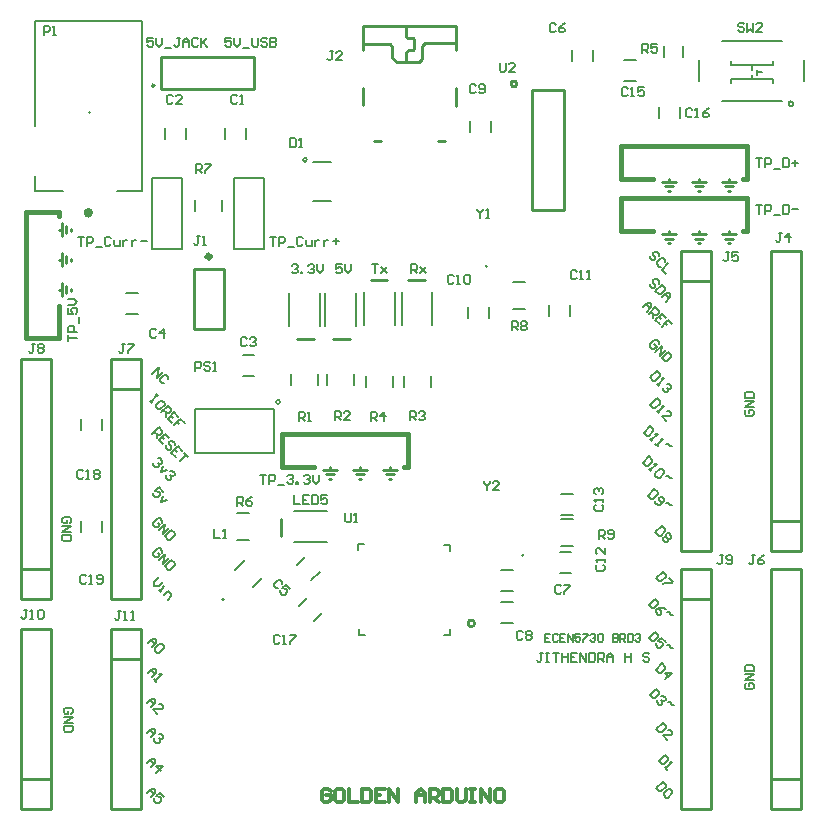
<source format=gto>
G04*
G04 #@! TF.GenerationSoftware,Altium Limited,Altium Designer,24.2.2 (26)*
G04*
G04 Layer_Color=65535*
%FSLAX44Y44*%
%MOMM*%
G71*
G04*
G04 #@! TF.SameCoordinates,EF5741E1-F204-4FC3-9B2C-2ADE7EA652BA*
G04*
G04*
G04 #@! TF.FilePolarity,Positive*
G04*
G01*
G75*
%ADD10C,0.1524*%
%ADD11C,0.2540*%
%ADD12C,0.4000*%
%ADD13C,0.1000*%
%ADD14C,0.5080*%
%ADD15C,0.1999*%
%ADD16C,0.3810*%
%ADD17C,0.2000*%
%ADD18C,0.1270*%
%ADD19C,0.2032*%
%ADD20C,0.2286*%
%ADD21C,0.1778*%
%ADD22C,0.3048*%
D10*
X179220Y189937D02*
G03*
X179220Y189937I-762J0D01*
G01*
X661432Y609600D02*
G03*
X661432Y609600I-2048J0D01*
G01*
X226586Y357140D02*
G03*
X226586Y357140I-1796J0D01*
G01*
X249345Y562145D02*
G03*
X249345Y562145I-1796J0D01*
G01*
X195068Y378879D02*
X204720D01*
X195068Y396659D02*
X204720D01*
X414274Y170180D02*
X423926D01*
X414274Y187960D02*
X423926D01*
X414274Y214630D02*
X423926D01*
X414274Y196850D02*
X423926D01*
X189050Y215077D02*
X196962Y222989D01*
X203598Y200529D02*
X211510Y208441D01*
X292480Y231902D02*
Y236982D01*
X297560D01*
X370950Y230889D02*
Y235969D01*
X365870D02*
X370950D01*
X365437Y159627D02*
X370517D01*
Y164707D01*
X293750Y159512D02*
Y164592D01*
Y159512D02*
X298830D01*
X243031Y184484D02*
X249856Y191309D01*
X255604Y171911D02*
X262429Y178736D01*
X465074Y234980D02*
X474726D01*
X465074Y257780D02*
X474726D01*
X424434Y458440D02*
X434086D01*
X424434Y435640D02*
X434086D01*
X463804Y229870D02*
X473456D01*
X463804Y212090D02*
X473456D01*
X58420Y332994D02*
Y342646D01*
X76200Y332994D02*
Y342646D01*
Y246634D02*
Y256286D01*
X58420Y246634D02*
Y256286D01*
X234650Y421132D02*
Y449072D01*
X260650Y421386D02*
Y449326D01*
X547370Y597154D02*
Y606806D01*
X565150Y597154D02*
Y606806D01*
X454660Y429514D02*
Y439166D01*
X472440Y429514D02*
Y439166D01*
X386080Y428244D02*
Y437896D01*
X403860Y428244D02*
Y437896D01*
X465074Y261620D02*
X474726D01*
X465074Y279400D02*
X474726D01*
X240876Y218665D02*
X247701Y225490D01*
X253449Y206093D02*
X260274Y212918D01*
X238252Y264460D02*
X266192D01*
X238506Y238460D02*
X266446D01*
X190754Y240060D02*
X200406D01*
X190754Y262860D02*
X200406D01*
X354300Y369824D02*
Y379476D01*
X331500Y369824D02*
Y379476D01*
X322550Y369824D02*
Y379476D01*
X299750Y369824D02*
Y379476D01*
X259050Y371094D02*
Y380746D01*
X236250Y371094D02*
Y380746D01*
X626232Y638408D02*
Y642472D01*
X626105Y630788D02*
Y634344D01*
X608330Y630682D02*
X643890D01*
X608330Y642620D02*
X643890D01*
X600710Y612140D02*
X651510D01*
X600710Y662940D02*
X651510D01*
X630428Y636270D02*
X634492D01*
X630428Y634238D02*
Y638302D01*
X643890Y627126D02*
Y630682D01*
X608330Y627126D02*
Y630682D01*
Y642620D02*
Y645922D01*
X643890Y642620D02*
Y645922D01*
X670560Y628650D02*
Y646430D01*
X581660Y628650D02*
Y646430D01*
X518414Y628650D02*
X528066D01*
X518414Y646430D02*
X528066D01*
X473710Y645414D02*
Y655066D01*
X491490Y645414D02*
Y655066D01*
X324150Y422148D02*
Y450088D01*
X298150Y421894D02*
Y449834D01*
X154432Y314198D02*
Y351282D01*
Y314198D02*
X221488D01*
Y351282D01*
X154432D02*
X221488D01*
X129540Y579374D02*
Y589026D01*
X147320Y579374D02*
Y589026D01*
X180340Y579374D02*
Y589026D01*
X198120Y579374D02*
Y589026D01*
X96774Y431800D02*
X106426D01*
X96774Y449580D02*
X106426D01*
X329900Y421894D02*
Y449834D01*
X355900Y422148D02*
Y450088D01*
X291130Y421386D02*
Y449326D01*
X265130Y421132D02*
Y449072D01*
X266730Y371094D02*
Y380746D01*
X289530Y371094D02*
Y380746D01*
X154970Y518414D02*
Y528066D01*
X177770Y518414D02*
Y528066D01*
X405130Y585724D02*
Y595376D01*
X387350Y585724D02*
Y595376D01*
D11*
X391586Y169672D02*
G03*
X391586Y169672I-2840J0D01*
G01*
X120380Y624851D02*
G03*
X120380Y624851I-1000J0D01*
G01*
X427393Y626364D02*
G03*
X427393Y626364I-2540J0D01*
G01*
X241046Y410464D02*
X255270D01*
X642620Y38100D02*
X668020D01*
X642620Y12700D02*
Y215900D01*
Y12700D02*
X668020D01*
Y215900D01*
X642620D02*
X668020D01*
X227584Y243840D02*
Y258064D01*
X566420Y12700D02*
X591820D01*
X566420D02*
Y215900D01*
X591820D01*
Y12700D02*
Y215900D01*
X566420Y190500D02*
X591820D01*
X642620Y231140D02*
X668020D01*
Y256540D01*
X642620D02*
Y485140D01*
X668020D01*
Y256540D02*
Y485140D01*
X642620Y231140D02*
Y256540D01*
X668020D01*
X566420Y231140D02*
X591820D01*
X566420D02*
Y459740D01*
X591820D01*
Y256540D02*
Y485140D01*
X566420D02*
X591820D01*
X566420Y256540D02*
Y485140D01*
X591820Y231140D02*
Y459740D01*
X550545Y499110D02*
X561975D01*
X556260D02*
Y501718D01*
X553085Y495300D02*
X559435D01*
X555048Y491490D02*
X556895D01*
X575945Y499110D02*
X587375D01*
X581660D02*
Y501718D01*
X578485Y495300D02*
X584835D01*
X580448Y491490D02*
X582295D01*
X601345Y499110D02*
X612775D01*
X607060D02*
Y501718D01*
X603885Y495300D02*
X610235D01*
X605848Y491490D02*
X607695D01*
X605848Y535940D02*
X607695D01*
X603885Y539750D02*
X610235D01*
X607060Y543560D02*
Y546168D01*
X601345Y543560D02*
X612775D01*
X580448Y535940D02*
X582295D01*
X578485Y539750D02*
X584835D01*
X581660Y543560D02*
Y546168D01*
X575945Y543560D02*
X587375D01*
X555048Y535940D02*
X556895D01*
X553085Y539750D02*
X559435D01*
X556260Y543560D02*
Y546168D01*
X550545Y543560D02*
X561975D01*
X303530Y460756D02*
X317754D01*
X125730Y648970D02*
X204470D01*
Y622300D02*
Y648970D01*
X125730Y622300D02*
Y648970D01*
Y622300D02*
X204470D01*
X362071Y577870D02*
X365014D01*
X306614D02*
X312102D01*
X375412Y607822D02*
Y622554D01*
X349180Y661097D02*
X375088D01*
X346640Y658558D02*
X349180Y661097D01*
X346640Y647382D02*
Y658558D01*
X344354Y645096D02*
X346640Y647382D01*
X325558Y645096D02*
X344354D01*
X322002Y648652D02*
X325558Y645096D01*
X322002Y648652D02*
Y658049D01*
X319716Y660335D02*
X322002Y658049D01*
X297230Y660335D02*
X319716D01*
X333178Y667194D02*
Y673543D01*
Y667194D02*
X334702Y665669D01*
X339274D01*
X340290Y664653D01*
Y656272D02*
Y664653D01*
X339274Y655256D02*
X340290Y656272D01*
X335718Y655256D02*
X339274D01*
X333686Y653223D02*
X335718Y655256D01*
X333686Y652461D02*
Y653223D01*
Y645096D02*
Y652461D01*
X375476Y655320D02*
Y675095D01*
X297434Y608838D02*
Y622554D01*
X297230Y654812D02*
Y675095D01*
X375476D01*
X365014Y577870D02*
X366486D01*
X360599D02*
X362071D01*
X64770Y602940D02*
Y603020D01*
X96520Y165100D02*
X109220D01*
Y139700D02*
Y165100D01*
X83820Y12700D02*
Y139700D01*
Y12700D02*
X109220D01*
Y139700D01*
X83820D02*
X109220D01*
X83820D02*
Y165100D01*
X96520D01*
X83820Y368300D02*
X109220D01*
Y190500D02*
Y393700D01*
X83820D02*
X109220D01*
X83820Y190500D02*
Y393700D01*
Y190500D02*
X109220D01*
X41910Y446405D02*
Y457835D01*
X39302Y452120D02*
X41910D01*
X45720Y448945D02*
Y455295D01*
X49530Y450908D02*
Y452755D01*
X41910Y471805D02*
Y483235D01*
X39302Y477520D02*
X41910D01*
X45720Y474345D02*
Y480695D01*
X49530Y476308D02*
Y478155D01*
X41910Y497205D02*
Y508635D01*
X39302Y502920D02*
X41910D01*
X45720Y499745D02*
Y506095D01*
X49530Y501708D02*
Y503555D01*
X335280Y460756D02*
X349504D01*
X271526Y410464D02*
X285750D01*
X318828Y292100D02*
X320675D01*
X316865Y295910D02*
X323215D01*
X320040Y299720D02*
Y302328D01*
X314325Y299720D02*
X325755D01*
X293428Y292100D02*
X295275D01*
X291465Y295910D02*
X297815D01*
X294640Y299720D02*
Y302328D01*
X288925Y299720D02*
X300355D01*
X268028Y292100D02*
X269875D01*
X266065Y295910D02*
X272415D01*
X269240Y299720D02*
Y302328D01*
X263525Y299720D02*
X274955D01*
X7620Y393700D02*
X33020D01*
Y190500D02*
Y393700D01*
X7620Y190500D02*
X33020D01*
X7620D02*
Y393700D01*
Y215900D02*
X33020D01*
X7620Y165100D02*
X33020D01*
Y38100D02*
Y165100D01*
X7620Y38100D02*
Y165100D01*
X20320Y12700D02*
X33020D01*
Y38100D01*
X7620D02*
X33020D01*
X7620Y12700D02*
Y38100D01*
Y12700D02*
X20320D01*
X166370Y469900D02*
X179070D01*
Y444500D02*
Y469900D01*
X153670Y419100D02*
Y444500D01*
Y419100D02*
X179070D01*
Y444500D01*
X153670D02*
Y469900D01*
X166370D01*
D12*
X66516Y517342D02*
G03*
X66516Y517342I-2000J0D01*
G01*
D13*
X433224Y227330D02*
G03*
X433224Y227330I-916J0D01*
G01*
X402236Y471932D02*
G03*
X402236Y471932I-916J0D01*
G01*
D14*
X167640Y480060D02*
G03*
X167640Y480060I-1270J0D01*
G01*
D15*
X143421Y486989D02*
Y546791D01*
X118110Y486989D02*
Y494030D01*
Y546791D01*
X143421D01*
X118110Y486989D02*
X143421D01*
X188049D02*
Y546791D01*
X213360Y539750D02*
Y546791D01*
Y486989D02*
Y539750D01*
X188049Y486989D02*
X213360D01*
X188049Y546791D02*
X213360D01*
D16*
X515620Y501650D02*
X542290D01*
X515620D02*
Y529590D01*
X618490Y501650D02*
X622300D01*
Y529590D01*
X515620D02*
X622300D01*
X515620Y574040D02*
X622300D01*
Y546100D02*
Y574040D01*
X618490Y546100D02*
X622300D01*
X515620D02*
Y574040D01*
Y546100D02*
X542290D01*
X39370Y411480D02*
Y438150D01*
X11430Y411480D02*
X39370D01*
Y514350D02*
Y518160D01*
X11430D02*
X39370D01*
X11430Y411480D02*
Y518160D01*
X228600Y330200D02*
X335280D01*
Y302260D02*
Y330200D01*
X331470Y302260D02*
X335280D01*
X228600D02*
Y330200D01*
Y302260D02*
X255270D01*
D17*
X568320Y649550D02*
Y658550D01*
X551820Y649550D02*
Y658550D01*
D18*
X19770Y536020D02*
Y548076D01*
Y536020D02*
X42672D01*
X19770Y680020D02*
X109770D01*
Y536020D02*
Y680020D01*
X88900Y536020D02*
X109770D01*
X19770Y590520D02*
Y680020D01*
X198624Y410628D02*
X197355Y411897D01*
X194815D01*
X193546Y410628D01*
Y405550D01*
X194815Y404280D01*
X197355D01*
X198624Y405550D01*
X201163Y410628D02*
X202433Y411897D01*
X204972D01*
X206242Y410628D01*
Y409358D01*
X204972Y408089D01*
X203702D01*
X204972D01*
X206242Y406819D01*
Y405550D01*
X204972Y404280D01*
X202433D01*
X201163Y405550D01*
X48980Y254328D02*
X50250Y255597D01*
Y258137D01*
X48980Y259406D01*
X43902D01*
X42632Y258137D01*
Y255597D01*
X43902Y254328D01*
X46441D01*
Y256867D01*
X42632Y251789D02*
X50250D01*
X42632Y246710D01*
X50250D01*
Y244171D02*
X42632D01*
Y240362D01*
X43902Y239093D01*
X48980D01*
X50250Y240362D01*
Y244171D01*
X50000Y93097D02*
X51270Y94367D01*
Y96906D01*
X50000Y98176D01*
X44922D01*
X43652Y96906D01*
Y94367D01*
X44922Y93097D01*
X47461D01*
Y95636D01*
X43652Y90558D02*
X51270D01*
X43652Y85480D01*
X51270D01*
Y82941D02*
X43652D01*
Y79132D01*
X44922Y77862D01*
X50000D01*
X51270Y79132D01*
Y82941D01*
X621521Y119060D02*
X620252Y117790D01*
Y115251D01*
X621521Y113982D01*
X626600D01*
X627869Y115251D01*
Y117790D01*
X626600Y119060D01*
X624061D01*
Y116521D01*
X627869Y121599D02*
X620252D01*
X627869Y126677D01*
X620252D01*
Y129217D02*
X627869D01*
Y133025D01*
X626600Y134295D01*
X621521D01*
X620252Y133025D01*
Y129217D01*
X621521Y350701D02*
X620252Y349432D01*
Y346893D01*
X621521Y345623D01*
X626600D01*
X627869Y346893D01*
Y349432D01*
X626600Y350701D01*
X624061D01*
Y348162D01*
X627869Y353241D02*
X620252D01*
X627869Y358319D01*
X620252D01*
Y360858D02*
X627869D01*
Y364667D01*
X626600Y365936D01*
X621521D01*
X620252Y364667D01*
Y360858D01*
X432521Y162244D02*
X431252Y163514D01*
X428713D01*
X427443Y162244D01*
Y157166D01*
X428713Y155896D01*
X431252D01*
X432521Y157166D01*
X435061Y162244D02*
X436330Y163514D01*
X438869D01*
X440139Y162244D01*
Y160974D01*
X438869Y159705D01*
X440139Y158435D01*
Y157166D01*
X438869Y155896D01*
X436330D01*
X435061Y157166D01*
Y158435D01*
X436330Y159705D01*
X435061Y160974D01*
Y162244D01*
X436330Y159705D02*
X438869D01*
X465093Y201101D02*
X463823Y202371D01*
X461284D01*
X460014Y201101D01*
Y196023D01*
X461284Y194753D01*
X463823D01*
X465093Y196023D01*
X467632Y202371D02*
X472710D01*
Y201101D01*
X467632Y196023D01*
Y194753D01*
X170942Y249426D02*
Y241808D01*
X176020D01*
X178559D02*
X181099D01*
X179829D01*
Y249426D01*
X178559Y248156D01*
X281940Y262887D02*
Y256540D01*
X283210Y255270D01*
X285749D01*
X287018Y256540D01*
Y262887D01*
X289557Y255270D02*
X292097D01*
X290827D01*
Y262887D01*
X289557Y261618D01*
X279019Y473712D02*
X273940D01*
Y469903D01*
X276479Y471173D01*
X277749D01*
X279019Y469903D01*
Y467364D01*
X277749Y466094D01*
X275210D01*
X273940Y467364D01*
X281558Y473712D02*
Y468634D01*
X284097Y466094D01*
X286636Y468634D01*
Y473712D01*
X236736Y472442D02*
X238006Y473712D01*
X240545D01*
X241814Y472442D01*
Y471173D01*
X240545Y469903D01*
X239275D01*
X240545D01*
X241814Y468634D01*
Y467364D01*
X240545Y466094D01*
X238006D01*
X236736Y467364D01*
X244354Y466094D02*
Y467364D01*
X245623D01*
Y466094D01*
X244354D01*
X250702Y472442D02*
X251971Y473712D01*
X254510D01*
X255780Y472442D01*
Y471173D01*
X254510Y469903D01*
X253241D01*
X254510D01*
X255780Y468634D01*
Y467364D01*
X254510Y466094D01*
X251971D01*
X250702Y467364D01*
X258319Y473712D02*
Y468634D01*
X260858Y466094D01*
X263397Y468634D01*
Y473712D01*
X217952Y496841D02*
X223030D01*
X220491D01*
Y489224D01*
X225569D02*
Y496841D01*
X229378D01*
X230648Y495572D01*
Y493032D01*
X229378Y491763D01*
X225569D01*
X233187Y487954D02*
X238265D01*
X245883Y495572D02*
X244613Y496841D01*
X242074D01*
X240804Y495572D01*
Y490493D01*
X242074Y489224D01*
X244613D01*
X245883Y490493D01*
X248422Y494302D02*
Y490493D01*
X249691Y489224D01*
X253500D01*
Y494302D01*
X256039D02*
Y489224D01*
Y491763D01*
X257309Y493032D01*
X258579Y494302D01*
X259848D01*
X263657D02*
Y489224D01*
Y491763D01*
X264926Y493032D01*
X266196Y494302D01*
X267466D01*
X271275Y493032D02*
X276353D01*
X273814Y495572D02*
Y490493D01*
X55378Y496893D02*
X60457D01*
X57917D01*
Y489276D01*
X62996D02*
Y496893D01*
X66805D01*
X68074Y495624D01*
Y493084D01*
X66805Y491815D01*
X62996D01*
X70613Y488006D02*
X75692D01*
X83309Y495624D02*
X82040Y496893D01*
X79500D01*
X78231Y495624D01*
Y490545D01*
X79500Y489276D01*
X82040D01*
X83309Y490545D01*
X85848Y494354D02*
Y490545D01*
X87118Y489276D01*
X90927D01*
Y494354D01*
X93466D02*
Y489276D01*
Y491815D01*
X94736Y493084D01*
X96005Y494354D01*
X97275D01*
X101083D02*
Y489276D01*
Y491815D01*
X102353Y493084D01*
X103623Y494354D01*
X104892D01*
X108701Y493084D02*
X113779D01*
X544393Y162612D02*
X539006Y157226D01*
X541699Y154533D01*
X543495Y154533D01*
X547086Y158124D01*
X547086Y159919D01*
X544393Y162612D01*
X553370Y153635D02*
X549779Y157226D01*
X547086Y154533D01*
X549779Y153635D01*
X550677Y152737D01*
Y150942D01*
X548881Y149146D01*
X547086Y149146D01*
X545290Y150942D01*
Y152737D01*
X554268Y150942D02*
X556063D01*
X557859Y149146D01*
X559654Y149146D01*
X550677Y35612D02*
X545290Y30226D01*
X547983Y27533D01*
X549779Y27533D01*
X553370Y31124D01*
X553370Y32919D01*
X550677Y35612D01*
X555165Y29328D02*
X556961D01*
X558756Y27533D01*
X558756Y25737D01*
X555165Y22146D01*
X553370Y22146D01*
X551574Y23942D01*
Y25737D01*
X555165Y29328D01*
X552756Y58472D02*
X547370Y53086D01*
X550063Y50393D01*
X551859Y50393D01*
X555450Y53984D01*
X555450Y55779D01*
X552756Y58472D01*
Y47700D02*
X554552Y45904D01*
X553654Y46802D01*
X559041Y52188D01*
X557245D01*
X550724Y85650D02*
X545338Y80264D01*
X548031Y77571D01*
X549827Y77571D01*
X553418Y81162D01*
X553418Y82957D01*
X550724Y85650D01*
X554315Y71287D02*
X550724Y74878D01*
X557906D01*
X558804Y75775D01*
X558804Y77571D01*
X557009Y79366D01*
X555213D01*
X545136Y114352D02*
X539750Y108966D01*
X542443Y106273D01*
X544239Y106273D01*
X547830Y109864D01*
X547830Y111659D01*
X545136Y114352D01*
X549625Y108068D02*
X551421D01*
X553216Y106273D01*
X553216Y104477D01*
X552318Y103580D01*
X550523D01*
X549625Y104477D01*
X550523Y103580D01*
X550523Y101784D01*
X549625Y100886D01*
X547830Y100886D01*
X546034Y102682D01*
Y104477D01*
X555011Y102682D02*
X556807D01*
X558602Y100886D01*
X560398Y100886D01*
X544393Y190552D02*
X539006Y185166D01*
X541699Y182473D01*
X543495Y182473D01*
X547086Y186064D01*
X547086Y187859D01*
X544393Y190552D01*
X553370Y181575D02*
X550677Y182473D01*
X547086Y182473D01*
X545290Y180677D01*
Y178882D01*
X547086Y177086D01*
X548881Y177086D01*
X549779Y177984D01*
X549779Y179780D01*
X547086Y182473D01*
X554268Y178882D02*
X556063D01*
X557859Y177086D01*
X559654Y177086D01*
X550677Y213413D02*
X545291Y208026D01*
X547984Y205333D01*
X549779Y205333D01*
X553370Y208924D01*
X553370Y210720D01*
X550677Y213413D01*
X556063Y208026D02*
X559654Y204435D01*
X558757Y203538D01*
X551575D01*
X550677Y202640D01*
X550216Y135688D02*
X544830Y130302D01*
X547523Y127609D01*
X549319Y127609D01*
X552910Y131200D01*
X552910Y132995D01*
X550216Y135688D01*
X552910Y122222D02*
X558296Y127609D01*
X552910Y127609D01*
X556501Y124018D01*
X547374Y480704D02*
X547374Y482499D01*
X545579Y484295D01*
X543783D01*
X542885Y483397D01*
X542885Y481601D01*
X544681Y479806D01*
X544681Y478011D01*
X543783Y477113D01*
X541988Y477113D01*
X540192Y478908D01*
Y480704D01*
X552760Y475317D02*
X552761Y477113D01*
X550965Y478908D01*
X549170D01*
X545579Y475317D01*
Y473522D01*
X547374Y471726D01*
X549170Y471726D01*
X555454Y474420D02*
X550067Y469033D01*
X553658Y465442D01*
X547374Y457336D02*
X547374Y459131D01*
X545579Y460927D01*
X543783D01*
X542885Y460029D01*
X542885Y458233D01*
X544681Y456438D01*
X544681Y454643D01*
X543783Y453745D01*
X541988Y453745D01*
X540192Y455540D01*
Y457336D01*
X550067Y456438D02*
X544681Y451052D01*
X547374Y448358D01*
X549170Y448358D01*
X552760Y451949D01*
X552761Y453745D01*
X550067Y456438D01*
Y445665D02*
X553658Y449256D01*
X557249D01*
Y445665D01*
X553658Y442074D01*
X556351Y444767D01*
X552761Y448358D01*
X533908Y437134D02*
X537499Y440725D01*
X541090D01*
Y437134D01*
X537499Y433543D01*
X540192Y436236D01*
X536601Y439827D01*
X539294Y431748D02*
X544681Y437134D01*
X547374Y434441D01*
X547374Y432645D01*
X545579Y430850D01*
X543783D01*
X541090Y433543D01*
X542885Y431748D02*
X542885Y428157D01*
X553658D02*
X550067Y431748D01*
X544681Y426361D01*
X548272Y422770D01*
X547374Y429054D02*
X549170Y427259D01*
X559045Y422770D02*
X555454Y426361D01*
X552760Y423668D01*
X554556Y421872D01*
X552760Y423668D01*
X550067Y420975D01*
X547374Y405774D02*
X547374Y407569D01*
X545579Y409365D01*
X543783D01*
X540192Y405774D01*
Y403978D01*
X541988Y402183D01*
X543783Y402183D01*
X545579Y403978D01*
X543783Y405774D01*
X544681Y399490D02*
X550067Y404876D01*
X548272Y395899D01*
X553658Y401285D01*
X555454Y399490D02*
X550067Y394103D01*
X552761Y391410D01*
X554556Y391410D01*
X558147Y395001D01*
Y396796D01*
X555454Y399490D01*
X545579Y383338D02*
X540192Y377952D01*
X542885Y375259D01*
X544681Y375259D01*
X548272Y378850D01*
X548272Y380645D01*
X545579Y383338D01*
Y372566D02*
X547374Y370770D01*
X546476Y371668D01*
X551863Y377054D01*
X550067D01*
X554556Y372566D02*
X556351D01*
X558147Y370770D01*
Y368975D01*
X557249Y368077D01*
X555454D01*
X554556Y368975D01*
X555454Y368077D01*
X555454Y366282D01*
X554556Y365384D01*
X552761Y365384D01*
X550965Y367179D01*
Y368975D01*
X545579Y360224D02*
X540192Y354838D01*
X542885Y352145D01*
X544681Y352145D01*
X548272Y355736D01*
X548272Y357531D01*
X545579Y360224D01*
Y349452D02*
X547374Y347656D01*
X546476Y348554D01*
X551863Y353940D01*
X550067D01*
X553658Y341372D02*
X550067Y344963D01*
X557249D01*
X558147Y345861D01*
Y347656D01*
X556351Y349452D01*
X554556D01*
X540192Y336602D02*
X534806Y331216D01*
X537499Y328523D01*
X539294Y328523D01*
X542885Y332114D01*
X542885Y333909D01*
X540192Y336602D01*
Y325830D02*
X541988Y324034D01*
X541090Y324932D01*
X546476Y330318D01*
X544681D01*
Y321341D02*
X546476Y319545D01*
X545579Y320443D01*
X550965Y325830D01*
X549170D01*
X553658Y321341D02*
X555454D01*
X557249Y319545D01*
X559045Y319545D01*
X539294Y310948D02*
X533908Y305562D01*
X536601Y302869D01*
X538397Y302869D01*
X541988Y306460D01*
X541988Y308255D01*
X539294Y310948D01*
Y300176D02*
X541090Y298380D01*
X540192Y299278D01*
X545579Y304664D01*
X543783D01*
X548272Y300176D02*
X550067D01*
X551863Y298380D01*
Y296585D01*
X548272Y292994D01*
X546476Y292994D01*
X544681Y294789D01*
Y296585D01*
X548272Y300176D01*
X553658Y294789D02*
X555454D01*
X557249Y292994D01*
X559045Y292994D01*
X543783Y283262D02*
X538397Y277876D01*
X541090Y275183D01*
X542885Y275183D01*
X546476Y278774D01*
X546476Y280569D01*
X543783Y283262D01*
X544681Y273387D02*
Y271592D01*
X546476Y269796D01*
X548272Y269796D01*
X551863Y273387D01*
X551863Y275183D01*
X550067Y276978D01*
X548272D01*
X547374Y276080D01*
X547374Y274285D01*
X550067Y271592D01*
X553658D02*
X555454D01*
X557249Y269796D01*
X559045Y269796D01*
X550067Y252020D02*
X544681Y246634D01*
X547374Y243941D01*
X549170Y243941D01*
X552760Y247532D01*
X552761Y249327D01*
X550067Y252020D01*
X554556Y245736D02*
X556351D01*
X558147Y243941D01*
X558147Y242145D01*
X557249Y241248D01*
X555454D01*
X555454Y239452D01*
X554556Y238554D01*
X552761Y238554D01*
X550965Y240350D01*
Y242145D01*
X551863Y243043D01*
X553658D01*
X553658Y244839D01*
X554556Y245736D01*
X553658Y243043D02*
X555454Y241248D01*
X119378Y665477D02*
X114300D01*
Y661668D01*
X116839Y662938D01*
X118109D01*
X119378Y661668D01*
Y659129D01*
X118109Y657860D01*
X115570D01*
X114300Y659129D01*
X121917Y665477D02*
Y660399D01*
X124457Y657860D01*
X126996Y660399D01*
Y665477D01*
X129535Y656590D02*
X134613D01*
X142231Y665477D02*
X139692D01*
X140961D01*
Y659129D01*
X139692Y657860D01*
X138422D01*
X137153Y659129D01*
X144770Y657860D02*
Y662938D01*
X147309Y665477D01*
X149848Y662938D01*
Y657860D01*
Y661668D01*
X144770D01*
X157466Y664208D02*
X156196Y665477D01*
X153657D01*
X152388Y664208D01*
Y659129D01*
X153657Y657860D01*
X156196D01*
X157466Y659129D01*
X160005Y665477D02*
Y657860D01*
Y660399D01*
X165084Y665477D01*
X161275Y661668D01*
X165084Y657860D01*
X185418Y665477D02*
X180340D01*
Y661668D01*
X182879Y662938D01*
X184149D01*
X185418Y661668D01*
Y659129D01*
X184149Y657860D01*
X181610D01*
X180340Y659129D01*
X187957Y665477D02*
Y660399D01*
X190497Y657860D01*
X193036Y660399D01*
Y665477D01*
X195575Y656590D02*
X200653D01*
X203193Y665477D02*
Y659129D01*
X204462Y657860D01*
X207001D01*
X208271Y659129D01*
Y665477D01*
X215889Y664208D02*
X214619Y665477D01*
X212080D01*
X210810Y664208D01*
Y662938D01*
X212080Y661668D01*
X214619D01*
X215889Y660399D01*
Y659129D01*
X214619Y657860D01*
X212080D01*
X210810Y659129D01*
X218428Y665477D02*
Y657860D01*
X222236D01*
X223506Y659129D01*
Y660399D01*
X222236Y661668D01*
X218428D01*
X222236D01*
X223506Y662938D01*
Y664208D01*
X222236Y665477D01*
X218428D01*
X114808Y127508D02*
X118399Y131099D01*
X121990D01*
Y127508D01*
X118399Y123917D01*
X121092Y126610D01*
X117501Y130201D01*
X120194Y122122D02*
X121990Y120326D01*
X121092Y121224D01*
X126479Y126610D01*
X124683D01*
X114808Y152908D02*
X118399Y156499D01*
X121990D01*
Y152908D01*
X118399Y149317D01*
X121092Y152010D01*
X117501Y155601D01*
X124683Y152010D02*
X126479D01*
X128274Y150215D01*
X128274Y148419D01*
X124683Y144828D01*
X122888Y144828D01*
X121092Y146624D01*
Y148419D01*
X124683Y152010D01*
X114064Y102108D02*
X117655Y105699D01*
X121246D01*
Y102108D01*
X117655Y98517D01*
X120348Y101210D01*
X116757Y104801D01*
X123041Y93131D02*
X119451Y96722D01*
X126632D01*
X127530Y97619D01*
X127530Y99415D01*
X125735Y101210D01*
X123939D01*
X114064Y76708D02*
X117655Y80299D01*
X121246D01*
Y76708D01*
X117655Y73117D01*
X120348Y75810D01*
X116757Y79401D01*
X123939Y75810D02*
X125735D01*
X127530Y74015D01*
X127530Y72219D01*
X126632Y71322D01*
X124837D01*
X123939Y72219D01*
X124837Y71322D01*
X124837Y69526D01*
X123939Y68628D01*
X122144Y68628D01*
X120348Y70424D01*
Y72219D01*
X114064Y51308D02*
X117655Y54899D01*
X121246D01*
Y51308D01*
X117655Y47717D01*
X120348Y50410D01*
X116757Y54001D01*
X122144Y43228D02*
X127530Y48615D01*
X122144Y48615D01*
X125735Y45024D01*
X114064Y25908D02*
X117655Y29499D01*
X121246D01*
Y25908D01*
X117655Y22317D01*
X120348Y25010D01*
X116757Y28601D01*
X128428Y22317D02*
X124837Y25908D01*
X122144Y23215D01*
X124837Y22317D01*
X125735Y21419D01*
Y19624D01*
X123939Y17828D01*
X122144Y17828D01*
X120348Y19624D01*
Y21419D01*
X118636Y381000D02*
X124022Y386386D01*
X122227Y377409D01*
X127613Y382795D01*
X132102Y376511D02*
X132102Y378307D01*
X130307Y380102D01*
X128511D01*
X124920Y376511D01*
Y374716D01*
X126716Y372920D01*
X128511Y372920D01*
X121816Y363526D02*
X123612Y361731D01*
X122714Y362629D01*
X117328Y357242D01*
X116430Y358140D01*
X118225Y356344D01*
X128998D02*
X127203Y358140D01*
X125407D01*
X121816Y354549D01*
Y352754D01*
X123612Y350958D01*
X125407D01*
X128998Y354549D01*
X128998Y356344D01*
X126305Y348265D02*
X131692Y353651D01*
X134385Y350958D01*
Y349163D01*
X132589Y347367D01*
X130794Y347367D01*
X128101Y350060D01*
X129896Y348265D02*
X129896Y344674D01*
X140669D02*
X137078Y348265D01*
X131692Y342878D01*
X135282Y339288D01*
X134385Y345572D02*
X136180Y343776D01*
X146055Y339288D02*
X142464Y342878D01*
X139771Y340185D01*
X141567Y338390D01*
X139771Y340185D01*
X137078Y337492D01*
X123125Y309289D02*
X124920D01*
X126716Y307493D01*
X126716Y305698D01*
X125818Y304800D01*
X124023D01*
X123125Y305698D01*
X124023Y304800D01*
X124023Y303005D01*
X123125Y302107D01*
X121329Y302107D01*
X119534Y303902D01*
Y305698D01*
X127613Y303004D02*
X125818Y297618D01*
X131204Y299414D01*
X133897Y298516D02*
X135693D01*
X137488Y296720D01*
Y294925D01*
X136591Y294027D01*
X134795D01*
X133898Y294925D01*
X134795Y294027D01*
X134795Y292232D01*
X133897Y291334D01*
X132102Y291334D01*
X130307Y293129D01*
Y294925D01*
X127613Y281196D02*
X124023Y284786D01*
X121329Y282093D01*
X124023Y281195D01*
X124920Y280298D01*
Y278502D01*
X123125Y276707D01*
X121329Y276707D01*
X119534Y278502D01*
Y280298D01*
X127613Y277605D02*
X125818Y272218D01*
X131204Y274014D01*
X126716Y254898D02*
X126716Y256693D01*
X124920Y258489D01*
X123125D01*
X119534Y254898D01*
Y253102D01*
X121329Y251307D01*
X123125Y251307D01*
X124920Y253102D01*
X123125Y254898D01*
X124023Y248614D02*
X129409Y254000D01*
X127613Y245023D01*
X133000Y250409D01*
X134795Y248614D02*
X129409Y243227D01*
X132102Y240534D01*
X133897Y240534D01*
X137488Y244125D01*
Y245920D01*
X134795Y248614D01*
X126716Y229498D02*
X126716Y231293D01*
X124920Y233089D01*
X123125D01*
X119534Y229498D01*
Y227702D01*
X121329Y225907D01*
X123125Y225907D01*
X124920Y227702D01*
X123125Y229498D01*
X124023Y223214D02*
X129409Y228600D01*
X127613Y219623D01*
X133000Y225009D01*
X134795Y223214D02*
X129409Y217827D01*
X132102Y215134D01*
X133897Y215134D01*
X137488Y218725D01*
Y220520D01*
X134795Y223214D01*
X124023Y208586D02*
X120431Y204995D01*
Y201404D01*
X124023Y201405D01*
X127613Y204995D01*
X124023Y197814D02*
X125818Y196018D01*
X124920Y196916D01*
X128511Y200507D01*
X127613Y201404D01*
X128511Y193325D02*
X132102Y196916D01*
X134795Y194223D01*
Y192427D01*
X132102Y189734D01*
X118636Y330200D02*
X124023Y335586D01*
X126716Y332893D01*
X126716Y331098D01*
X124920Y329302D01*
X123125Y329302D01*
X120431Y331996D01*
X122227Y330200D02*
X122227Y326609D01*
X133000D02*
X129409Y330200D01*
X124023Y324814D01*
X127613Y321223D01*
X126716Y327507D02*
X128511Y325711D01*
X137488Y320325D02*
Y322120D01*
X135693Y323916D01*
X133897D01*
X133000Y323018D01*
X133000Y321223D01*
X134795Y319427D01*
X134795Y317632D01*
X133897Y316734D01*
X132102Y316734D01*
X130307Y318529D01*
Y320325D01*
X143773Y315836D02*
X140182Y319427D01*
X134795Y314041D01*
X138386Y310450D01*
X137488Y316734D02*
X139284Y314939D01*
X145568Y314041D02*
X149159Y310450D01*
X147364Y312245D01*
X141977Y306859D01*
X496572Y241301D02*
Y248919D01*
X500381D01*
X501650Y247649D01*
Y245110D01*
X500381Y243840D01*
X496572D01*
X499111D02*
X501650Y241301D01*
X504190Y242571D02*
X505459Y241301D01*
X507998D01*
X509268Y242571D01*
Y247649D01*
X507998Y248919D01*
X505459D01*
X504190Y247649D01*
Y246380D01*
X505459Y245110D01*
X509268D01*
X422912Y417831D02*
Y425449D01*
X426721D01*
X427990Y424179D01*
Y421640D01*
X426721Y420370D01*
X422912D01*
X425451D02*
X427990Y417831D01*
X430530Y424179D02*
X431799Y425449D01*
X434338D01*
X435608Y424179D01*
Y422910D01*
X434338Y421640D01*
X435608Y420370D01*
Y419101D01*
X434338Y417831D01*
X431799D01*
X430530Y419101D01*
Y420370D01*
X431799Y421640D01*
X430530Y422910D01*
Y424179D01*
X431799Y421640D02*
X434338D01*
X62866Y209549D02*
X61597Y210819D01*
X59058D01*
X57788Y209549D01*
Y204471D01*
X59058Y203201D01*
X61597D01*
X62866Y204471D01*
X65406Y203201D02*
X67945D01*
X66675D01*
Y210819D01*
X65406Y209549D01*
X71754Y204471D02*
X73023Y203201D01*
X75562D01*
X76832Y204471D01*
Y209549D01*
X75562Y210819D01*
X73023D01*
X71754Y209549D01*
Y208280D01*
X73023Y207010D01*
X76832D01*
X60326Y298449D02*
X59057Y299719D01*
X56518D01*
X55248Y298449D01*
Y293371D01*
X56518Y292101D01*
X59057D01*
X60326Y293371D01*
X62866Y292101D02*
X65405D01*
X64135D01*
Y299719D01*
X62866Y298449D01*
X69214D02*
X70483Y299719D01*
X73022D01*
X74292Y298449D01*
Y297180D01*
X73022Y295910D01*
X74292Y294640D01*
Y293371D01*
X73022Y292101D01*
X70483D01*
X69214Y293371D01*
Y294640D01*
X70483Y295910D01*
X69214Y297180D01*
Y298449D01*
X70483Y295910D02*
X73022D01*
X226696Y158749D02*
X225427Y160019D01*
X222888D01*
X221618Y158749D01*
Y153671D01*
X222888Y152401D01*
X225427D01*
X226696Y153671D01*
X229236Y152401D02*
X231775D01*
X230505D01*
Y160019D01*
X229236Y158749D01*
X235584Y160019D02*
X240662D01*
Y158749D01*
X235584Y153671D01*
Y152401D01*
X399288Y289811D02*
Y288542D01*
X401827Y286003D01*
X404366Y288542D01*
Y289811D01*
X401827Y286003D02*
Y282194D01*
X411984D02*
X406906D01*
X411984Y287272D01*
Y288542D01*
X410714Y289811D01*
X408175D01*
X406906Y288542D01*
X521336Y622299D02*
X520067Y623569D01*
X517528D01*
X516258Y622299D01*
Y617221D01*
X517528Y615951D01*
X520067D01*
X521336Y617221D01*
X523876Y615951D02*
X526415D01*
X525145D01*
Y623569D01*
X523876Y622299D01*
X535302Y623569D02*
X530224D01*
Y619760D01*
X532763Y621030D01*
X534032D01*
X535302Y619760D01*
Y617221D01*
X534032Y615951D01*
X531493D01*
X530224Y617221D01*
X629926Y563244D02*
X635004D01*
X632465D01*
Y555626D01*
X637543D02*
Y563244D01*
X641352D01*
X642622Y561974D01*
Y559435D01*
X641352Y558165D01*
X637543D01*
X645161Y554356D02*
X650239D01*
X652778Y563244D02*
Y555626D01*
X656587D01*
X657857Y556896D01*
Y561974D01*
X656587Y563244D01*
X652778D01*
X660396Y559435D02*
X665474D01*
X662935Y561974D02*
Y556896D01*
X413004Y644141D02*
Y637794D01*
X414274Y636524D01*
X416813D01*
X418082Y637794D01*
Y644141D01*
X425700Y636524D02*
X420621D01*
X425700Y641602D01*
Y642872D01*
X424430Y644141D01*
X421891D01*
X420621Y642872D01*
X460121Y676528D02*
X458852Y677798D01*
X456313D01*
X455043Y676528D01*
Y671450D01*
X456313Y670180D01*
X458852D01*
X460121Y671450D01*
X467739Y677798D02*
X465200Y676528D01*
X462661Y673989D01*
Y671450D01*
X463930Y670180D01*
X466469D01*
X467739Y671450D01*
Y672719D01*
X466469Y673989D01*
X462661D01*
X629926Y523874D02*
X635004D01*
X632465D01*
Y516256D01*
X637543D02*
Y523874D01*
X641352D01*
X642622Y522604D01*
Y520065D01*
X641352Y518795D01*
X637543D01*
X645161Y514986D02*
X650239D01*
X652778Y523874D02*
Y516256D01*
X656587D01*
X657857Y517526D01*
Y522604D01*
X656587Y523874D01*
X652778D01*
X660396Y520065D02*
X665474D01*
X155448Y551180D02*
Y558797D01*
X159257D01*
X160526Y557528D01*
Y554989D01*
X159257Y553719D01*
X155448D01*
X157987D02*
X160526Y551180D01*
X163065Y558797D02*
X168144D01*
Y557528D01*
X163065Y552450D01*
Y551180D01*
X190502Y269241D02*
Y276859D01*
X194311D01*
X195580Y275589D01*
Y273050D01*
X194311Y271780D01*
X190502D01*
X193041D02*
X195580Y269241D01*
X203198Y276859D02*
X200659Y275589D01*
X198120Y273050D01*
Y270511D01*
X199389Y269241D01*
X201928D01*
X203198Y270511D01*
Y271780D01*
X201928Y273050D01*
X198120D01*
X238764Y278129D02*
Y270511D01*
X243843D01*
X251460Y278129D02*
X246382D01*
Y270511D01*
X251460D01*
X246382Y274320D02*
X248921D01*
X254000Y278129D02*
Y270511D01*
X257808D01*
X259078Y271781D01*
Y276859D01*
X257808Y278129D01*
X254000D01*
X266695D02*
X261617D01*
Y274320D01*
X264156Y275590D01*
X265426D01*
X266695Y274320D01*
Y271781D01*
X265426Y270511D01*
X262887D01*
X261617Y271781D01*
X92076Y180339D02*
X89537D01*
X90806D01*
Y173991D01*
X89537Y172721D01*
X88267D01*
X86998Y173991D01*
X94615Y172721D02*
X97154D01*
X95885D01*
Y180339D01*
X94615Y179069D01*
X100963Y172721D02*
X103502D01*
X102233D01*
Y180339D01*
X100963Y179069D01*
X12698Y181353D02*
X10159D01*
X11429D01*
Y175006D01*
X10159Y173736D01*
X8890D01*
X7620Y175006D01*
X15237Y173736D02*
X17777D01*
X16507D01*
Y181353D01*
X15237Y180084D01*
X21586D02*
X22855Y181353D01*
X25394D01*
X26664Y180084D01*
Y175006D01*
X25394Y173736D01*
X22855D01*
X21586Y175006D01*
Y180084D01*
X601980Y227329D02*
X599441D01*
X600711D01*
Y220981D01*
X599441Y219711D01*
X598172D01*
X596902Y220981D01*
X604520D02*
X605789Y219711D01*
X608328D01*
X609598Y220981D01*
Y226059D01*
X608328Y227329D01*
X605789D01*
X604520Y226059D01*
Y224790D01*
X605789Y223520D01*
X609598D01*
X19050Y406399D02*
X16511D01*
X17781D01*
Y400051D01*
X16511Y398781D01*
X15242D01*
X13972Y400051D01*
X21590Y405129D02*
X22859Y406399D01*
X25398D01*
X26668Y405129D01*
Y403860D01*
X25398Y402590D01*
X26668Y401320D01*
Y400051D01*
X25398Y398781D01*
X22859D01*
X21590Y400051D01*
Y401320D01*
X22859Y402590D01*
X21590Y403860D01*
Y405129D01*
X22859Y402590D02*
X25398D01*
X95250Y406399D02*
X92711D01*
X93981D01*
Y400051D01*
X92711Y398781D01*
X91442D01*
X90172Y400051D01*
X97790Y406399D02*
X102868D01*
Y405129D01*
X97790Y400051D01*
Y398781D01*
X628650Y227329D02*
X626111D01*
X627381D01*
Y220981D01*
X626111Y219711D01*
X624842D01*
X623572Y220981D01*
X636268Y227329D02*
X633729Y226059D01*
X631190Y223520D01*
Y220981D01*
X632459Y219711D01*
X634998D01*
X636268Y220981D01*
Y222250D01*
X634998Y223520D01*
X631190D01*
X607060Y483869D02*
X604521D01*
X605791D01*
Y477521D01*
X604521Y476251D01*
X603252D01*
X601982Y477521D01*
X614678Y483869D02*
X609600D01*
Y480060D01*
X612139Y481330D01*
X613408D01*
X614678Y480060D01*
Y477521D01*
X613408Y476251D01*
X610869D01*
X609600Y477521D01*
X651510Y500379D02*
X648971D01*
X650241D01*
Y494031D01*
X648971Y492761D01*
X647702D01*
X646432Y494031D01*
X657858Y492761D02*
Y500379D01*
X654050Y496570D01*
X659128D01*
X393702Y520699D02*
Y519429D01*
X396241Y516890D01*
X398780Y519429D01*
Y520699D01*
X396241Y516890D02*
Y513081D01*
X401319D02*
X403858D01*
X402589D01*
Y520699D01*
X401319Y519429D01*
X210193Y295274D02*
X215271D01*
X212732D01*
Y287656D01*
X217811D02*
Y295274D01*
X221619D01*
X222889Y294004D01*
Y291465D01*
X221619Y290195D01*
X217811D01*
X225428Y286386D02*
X230506D01*
X233046Y294004D02*
X234315Y295274D01*
X236854D01*
X238124Y294004D01*
Y292734D01*
X236854Y291465D01*
X235585D01*
X236854D01*
X238124Y290195D01*
Y288926D01*
X236854Y287656D01*
X234315D01*
X233046Y288926D01*
X240663Y287656D02*
Y288926D01*
X241933D01*
Y287656D01*
X240663D01*
X247011Y294004D02*
X248281Y295274D01*
X250820D01*
X252090Y294004D01*
Y292734D01*
X250820Y291465D01*
X249550D01*
X250820D01*
X252090Y290195D01*
Y288926D01*
X250820Y287656D01*
X248281D01*
X247011Y288926D01*
X254629Y295274D02*
Y290195D01*
X257168Y287656D01*
X259707Y290195D01*
Y295274D01*
X47626Y408946D02*
Y414024D01*
Y411485D01*
X55244D01*
Y416563D02*
X47626D01*
Y420372D01*
X48896Y421642D01*
X51435D01*
X52705Y420372D01*
Y416563D01*
X56514Y424181D02*
Y429259D01*
X47626Y436877D02*
Y431798D01*
X51435D01*
X50166Y434338D01*
Y435607D01*
X51435Y436877D01*
X53974D01*
X55244Y435607D01*
Y433068D01*
X53974Y431798D01*
X47626Y439416D02*
X52705D01*
X55244Y441955D01*
X52705Y444494D01*
X47626D01*
X619762Y676909D02*
X618492Y678179D01*
X615953D01*
X614683Y676909D01*
Y675640D01*
X615953Y674370D01*
X618492D01*
X619762Y673100D01*
Y671831D01*
X618492Y670561D01*
X615953D01*
X614683Y671831D01*
X622301Y678179D02*
Y670561D01*
X624840Y673100D01*
X627379Y670561D01*
Y678179D01*
X634997Y670561D02*
X629918D01*
X634997Y675640D01*
Y676909D01*
X633727Y678179D01*
X631188D01*
X629918Y676909D01*
X533402Y652781D02*
Y660399D01*
X537211D01*
X538480Y659129D01*
Y656590D01*
X537211Y655320D01*
X533402D01*
X535941D02*
X538480Y652781D01*
X546098Y660399D02*
X541020D01*
Y656590D01*
X543559Y657860D01*
X544828D01*
X546098Y656590D01*
Y654051D01*
X544828Y652781D01*
X542289D01*
X541020Y654051D01*
X303532Y341377D02*
Y348995D01*
X307341D01*
X308610Y347725D01*
Y345186D01*
X307341Y343916D01*
X303532D01*
X306071D02*
X308610Y341377D01*
X314958D02*
Y348995D01*
X311150Y345186D01*
X316228D01*
X336552Y341631D02*
Y349249D01*
X340361D01*
X341630Y347979D01*
Y345440D01*
X340361Y344170D01*
X336552D01*
X339091D02*
X341630Y341631D01*
X344170Y347979D02*
X345439Y349249D01*
X347978D01*
X349248Y347979D01*
Y346710D01*
X347978Y345440D01*
X346709D01*
X347978D01*
X349248Y344170D01*
Y342901D01*
X347978Y341631D01*
X345439D01*
X344170Y342901D01*
X273052Y341631D02*
Y349249D01*
X276861D01*
X278130Y347979D01*
Y345440D01*
X276861Y344170D01*
X273052D01*
X275591D02*
X278130Y341631D01*
X285748D02*
X280670D01*
X285748Y346710D01*
Y347979D01*
X284478Y349249D01*
X281939D01*
X280670Y347979D01*
X242572Y341377D02*
Y348995D01*
X246380D01*
X247650Y347725D01*
Y345186D01*
X246380Y343916D01*
X242572D01*
X245111D02*
X247650Y341377D01*
X250189D02*
X252728D01*
X251459D01*
Y348995D01*
X250189Y347725D01*
X154940Y383540D02*
Y391157D01*
X158749D01*
X160018Y389888D01*
Y387349D01*
X158749Y386079D01*
X154940D01*
X167636Y389888D02*
X166366Y391157D01*
X163827D01*
X162558Y389888D01*
Y388618D01*
X163827Y387349D01*
X166366D01*
X167636Y386079D01*
Y384810D01*
X166366Y383540D01*
X163827D01*
X162558Y384810D01*
X170175Y383540D02*
X172714D01*
X171445D01*
Y391157D01*
X170175Y389888D01*
X26672Y668021D02*
Y675639D01*
X30480D01*
X31750Y674369D01*
Y671830D01*
X30480Y670560D01*
X26672D01*
X34289Y668021D02*
X36828D01*
X35559D01*
Y675639D01*
X34289Y674369D01*
X304802Y473709D02*
X309880D01*
X307341D01*
Y466091D01*
X312420Y471170D02*
X317498Y466091D01*
X314959Y468630D01*
X317498Y471170D01*
X312420Y466091D01*
X337822D02*
Y473709D01*
X341631D01*
X342900Y472439D01*
Y469900D01*
X341631Y468630D01*
X337822D01*
X340361D02*
X342900Y466091D01*
X345440Y471170D02*
X350518Y466091D01*
X347979Y468630D01*
X350518Y471170D01*
X345440Y466091D01*
X271780Y654049D02*
X269241D01*
X270511D01*
Y647701D01*
X269241Y646431D01*
X267972D01*
X266702Y647701D01*
X279398Y646431D02*
X274320D01*
X279398Y651510D01*
Y652779D01*
X278128Y654049D01*
X275589D01*
X274320Y652779D01*
X158748Y497837D02*
X156209D01*
X157479D01*
Y491490D01*
X156209Y490220D01*
X154940D01*
X153670Y491490D01*
X161287Y490220D02*
X163827D01*
X162557D01*
Y497837D01*
X161287Y496568D01*
X235613Y580432D02*
Y572814D01*
X239422D01*
X240692Y574084D01*
Y579162D01*
X239422Y580432D01*
X235613D01*
X243231Y572814D02*
X245770D01*
X244500D01*
Y580432D01*
X243231Y579162D01*
X575946Y604519D02*
X574677Y605789D01*
X572138D01*
X570868Y604519D01*
Y599441D01*
X572138Y598171D01*
X574677D01*
X575946Y599441D01*
X578486Y598171D02*
X581025D01*
X579755D01*
Y605789D01*
X578486Y604519D01*
X589912Y605789D02*
X587373Y604519D01*
X584834Y601980D01*
Y599441D01*
X586103Y598171D01*
X588642D01*
X589912Y599441D01*
Y600710D01*
X588642Y601980D01*
X584834D01*
X494031Y269876D02*
X492761Y268607D01*
Y266068D01*
X494031Y264798D01*
X499109D01*
X500379Y266068D01*
Y268607D01*
X499109Y269876D01*
X500379Y272416D02*
Y274955D01*
Y273685D01*
X492761D01*
X494031Y272416D01*
Y278764D02*
X492761Y280033D01*
Y282572D01*
X494031Y283842D01*
X495300D01*
X496570Y282572D01*
Y281303D01*
Y282572D01*
X497840Y283842D01*
X499109D01*
X500379Y282572D01*
Y280033D01*
X499109Y278764D01*
X495301Y219076D02*
X494031Y217807D01*
Y215268D01*
X495301Y213998D01*
X500379D01*
X501649Y215268D01*
Y217807D01*
X500379Y219076D01*
X501649Y221616D02*
Y224155D01*
Y222885D01*
X494031D01*
X495301Y221616D01*
X501649Y233042D02*
Y227964D01*
X496570Y233042D01*
X495301D01*
X494031Y231772D01*
Y229233D01*
X495301Y227964D01*
X478156Y467359D02*
X476886Y468629D01*
X474347D01*
X473078Y467359D01*
Y462281D01*
X474347Y461011D01*
X476886D01*
X478156Y462281D01*
X480695Y461011D02*
X483234D01*
X481965D01*
Y468629D01*
X480695Y467359D01*
X487043Y461011D02*
X489582D01*
X488313D01*
Y468629D01*
X487043Y467359D01*
X374016Y463549D02*
X372747Y464819D01*
X370208D01*
X368938Y463549D01*
Y458471D01*
X370208Y457201D01*
X372747D01*
X374016Y458471D01*
X376556Y457201D02*
X379095D01*
X377825D01*
Y464819D01*
X376556Y463549D01*
X382904D02*
X384173Y464819D01*
X386712D01*
X387982Y463549D01*
Y458471D01*
X386712Y457201D01*
X384173D01*
X382904Y458471D01*
Y463549D01*
X392682Y624838D02*
X391413Y626107D01*
X388874D01*
X387604Y624838D01*
Y619760D01*
X388874Y618490D01*
X391413D01*
X392682Y619760D01*
X395221D02*
X396491Y618490D01*
X399030D01*
X400300Y619760D01*
Y624838D01*
X399030Y626107D01*
X396491D01*
X395221Y624838D01*
Y623568D01*
X396491Y622299D01*
X400300D01*
X228842Y203039D02*
X228842Y204834D01*
X227047Y206630D01*
X225251D01*
X221660Y203039D01*
Y201243D01*
X223456Y199448D01*
X225251Y199448D01*
X235126Y198550D02*
X231536Y202141D01*
X228842Y199448D01*
X231536Y198550D01*
X232433Y197652D01*
Y195857D01*
X230638Y194061D01*
X228842Y194061D01*
X227047Y195857D01*
Y197652D01*
X121920Y417829D02*
X120651Y419099D01*
X118112D01*
X116842Y417829D01*
Y412751D01*
X118112Y411481D01*
X120651D01*
X121920Y412751D01*
X128268Y411481D02*
Y419099D01*
X124460Y415290D01*
X129538D01*
X135890Y615949D02*
X134621Y617219D01*
X132082D01*
X130812Y615949D01*
Y610871D01*
X132082Y609601D01*
X134621D01*
X135890Y610871D01*
X143508Y609601D02*
X138430D01*
X143508Y614680D01*
Y615949D01*
X142238Y617219D01*
X139699D01*
X138430Y615949D01*
X190500D02*
X189230Y617219D01*
X186691D01*
X185422Y615949D01*
Y610871D01*
X186691Y609601D01*
X189230D01*
X190500Y610871D01*
X193039Y609601D02*
X195578D01*
X194309D01*
Y617219D01*
X193039Y615949D01*
D19*
X254902Y527347D02*
X269902D01*
X254662Y559859D02*
X269662D01*
D20*
X439839Y519272D02*
Y621172D01*
Y519272D02*
X467525D01*
Y621172D01*
X439839D02*
X467525D01*
D21*
X455770Y160553D02*
X451539D01*
Y154205D01*
X455770D01*
X451539Y157379D02*
X453655D01*
X462118Y159495D02*
X461060Y160553D01*
X458945D01*
X457887Y159495D01*
Y155263D01*
X458945Y154205D01*
X461060D01*
X462118Y155263D01*
X468466Y160553D02*
X464234D01*
Y154205D01*
X468466D01*
X464234Y157379D02*
X466350D01*
X470582Y154205D02*
Y160553D01*
X474814Y154205D01*
Y160553D01*
X481162D02*
X476930D01*
Y157379D01*
X479046Y158437D01*
X480104D01*
X481162Y157379D01*
Y155263D01*
X480104Y154205D01*
X477988D01*
X476930Y155263D01*
X483278Y160553D02*
X487510D01*
Y159495D01*
X483278Y155263D01*
Y154205D01*
X489626Y159495D02*
X490684Y160553D01*
X492800D01*
X493858Y159495D01*
Y158437D01*
X492800Y157379D01*
X491742D01*
X492800D01*
X493858Y156321D01*
Y155263D01*
X492800Y154205D01*
X490684D01*
X489626Y155263D01*
X495974Y159495D02*
X497032Y160553D01*
X499148D01*
X500206Y159495D01*
Y155263D01*
X499148Y154205D01*
X497032D01*
X495974Y155263D01*
Y159495D01*
X508670Y160553D02*
Y154205D01*
X511844D01*
X512902Y155263D01*
Y156321D01*
X511844Y157379D01*
X508670D01*
X511844D01*
X512902Y158437D01*
Y159495D01*
X511844Y160553D01*
X508670D01*
X515018Y154205D02*
Y160553D01*
X518192D01*
X519250Y159495D01*
Y157379D01*
X518192Y156321D01*
X515018D01*
X517134D02*
X519250Y154205D01*
X521366Y160553D02*
Y154205D01*
X524540D01*
X525598Y155263D01*
Y159495D01*
X524540Y160553D01*
X521366D01*
X527714Y159495D02*
X528772Y160553D01*
X530888D01*
X531946Y159495D01*
Y158437D01*
X530888Y157379D01*
X529830D01*
X530888D01*
X531946Y156321D01*
Y155263D01*
X530888Y154205D01*
X528772D01*
X527714Y155263D01*
X449066Y144661D02*
X446527D01*
X447796D01*
Y138313D01*
X446527Y137043D01*
X445257D01*
X443987Y138313D01*
X451605Y144661D02*
X454144D01*
X452875D01*
Y137043D01*
X451605D01*
X454144D01*
X457953Y144661D02*
X463031D01*
X460492D01*
Y137043D01*
X465570Y144661D02*
Y137043D01*
Y140852D01*
X470649D01*
Y144661D01*
Y137043D01*
X478266Y144661D02*
X473188D01*
Y137043D01*
X478266D01*
X473188Y140852D02*
X475727D01*
X480806Y137043D02*
Y144661D01*
X485884Y137043D01*
Y144661D01*
X488423D02*
Y137043D01*
X492232D01*
X493501Y138313D01*
Y143391D01*
X492232Y144661D01*
X488423D01*
X496041Y137043D02*
Y144661D01*
X499849D01*
X501119Y143391D01*
Y140852D01*
X499849Y139582D01*
X496041D01*
X498580D02*
X501119Y137043D01*
X503658D02*
Y142121D01*
X506197Y144661D01*
X508736Y142121D01*
Y137043D01*
Y140852D01*
X503658D01*
X518893Y144661D02*
Y137043D01*
Y140852D01*
X523971D01*
Y144661D01*
Y137043D01*
X539207Y143391D02*
X537937Y144661D01*
X535398D01*
X534128Y143391D01*
Y142121D01*
X535398Y140852D01*
X537937D01*
X539207Y139582D01*
Y138313D01*
X537937Y137043D01*
X535398D01*
X534128Y138313D01*
D22*
X269746Y27810D02*
X267841Y29714D01*
X264032D01*
X262128Y27810D01*
Y20192D01*
X264032Y18288D01*
X267841D01*
X269746Y20192D01*
Y24001D01*
X265937D01*
X279268Y29714D02*
X275459D01*
X273554Y27810D01*
Y20192D01*
X275459Y18288D01*
X279268D01*
X281172Y20192D01*
Y27810D01*
X279268Y29714D01*
X284981D02*
Y18288D01*
X292598D01*
X296407Y29714D02*
Y18288D01*
X302120D01*
X304025Y20192D01*
Y27810D01*
X302120Y29714D01*
X296407D01*
X315451D02*
X307833D01*
Y18288D01*
X315451D01*
X307833Y24001D02*
X311642D01*
X319260Y18288D02*
Y29714D01*
X326877Y18288D01*
Y29714D01*
X342112Y18288D02*
Y25905D01*
X345921Y29714D01*
X349730Y25905D01*
Y18288D01*
Y24001D01*
X342112D01*
X353539Y18288D02*
Y29714D01*
X359252D01*
X361156Y27810D01*
Y24001D01*
X359252Y22097D01*
X353539D01*
X357347D02*
X361156Y18288D01*
X364965Y29714D02*
Y18288D01*
X370678D01*
X372582Y20192D01*
Y27810D01*
X370678Y29714D01*
X364965D01*
X376391D02*
Y20192D01*
X378296Y18288D01*
X382104D01*
X384009Y20192D01*
Y29714D01*
X387817D02*
X391626D01*
X389722D01*
Y18288D01*
X387817D01*
X391626D01*
X397339D02*
Y29714D01*
X404957Y18288D01*
Y29714D01*
X414479D02*
X410670D01*
X408766Y27810D01*
Y20192D01*
X410670Y18288D01*
X414479D01*
X416383Y20192D01*
Y27810D01*
X414479Y29714D01*
M02*

</source>
